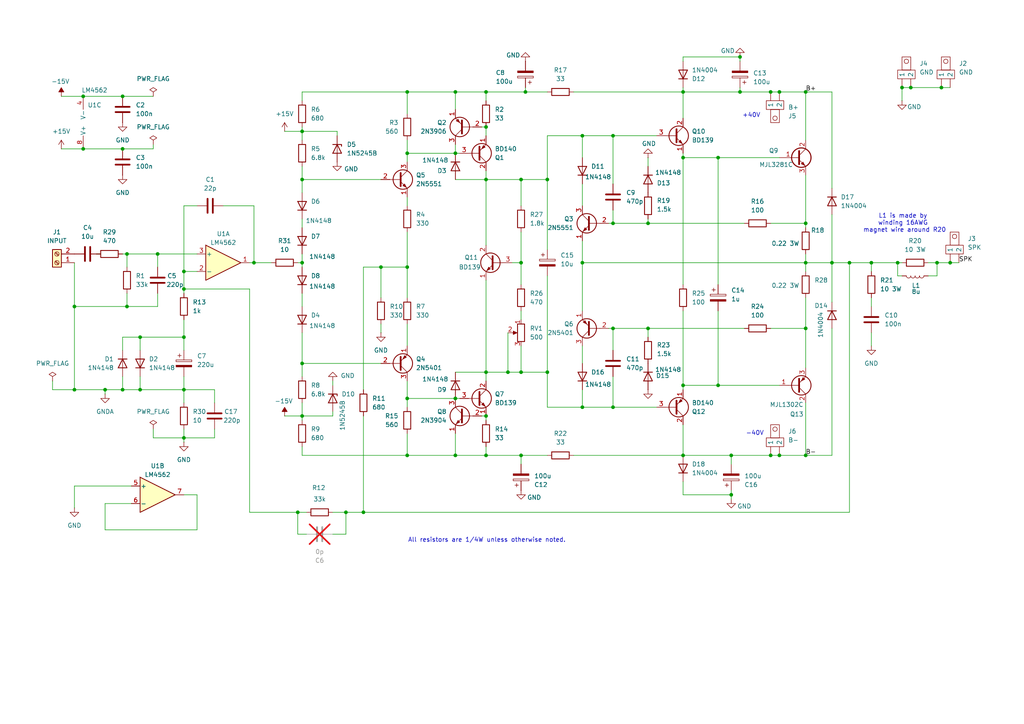
<source format=kicad_sch>
(kicad_sch (version 20250114) (generator "eeschema") (generator_version "9.0")
  (paper "A4")
  (text "-40V" (at 218.948 125.73 0) (effects (font (size 1.27 1.27))))
  (text "+40V" (at 217.932 33.528 0) (effects (font (size 1.27 1.27))))
  (text "L1 is made by \nwinding 16AWG \nmagnet wire around R20" (at 262.382 64.77 0) (effects (font (size 1.27 1.27))))
  (text "All resistors are 1/4W unless otherwise noted." (at 141.224 156.718 0) (effects (font (size 1.27 1.27))))
  (junction (at 140.97 36.83))
  (junction (at 45.72 73.66))
  (junction (at 118.11 132.08))
  (junction (at 168.91 76.2))
  (junction (at 35.56 113.03))
  (junction (at 21.59 113.03))
  (junction (at 233.68 132.08))
  (junction (at 214.63 16.51))
  (junction (at 53.34 127))
  (junction (at 53.34 83.82))
  (junction (at 275.59 76.2))
  (junction (at 233.68 95.25))
  (junction (at 187.96 95.25))
  (junction (at 208.28 111.76))
  (junction (at 198.12 45.72))
  (junction (at 261.62 25.4))
  (junction (at 214.63 26.67))
  (junction (at 212.09 132.08))
  (junction (at 151.13 132.08))
  (junction (at 132.08 132.08))
  (junction (at 152.4 26.67))
  (junction (at 273.05 25.4))
  (junction (at 35.56 27.94))
  (junction (at 132.08 26.67))
  (junction (at 177.8 39.37))
  (junction (at 73.66 76.2))
  (junction (at 140.97 120.65))
  (junction (at 260.35 76.2))
  (junction (at 36.83 88.9))
  (junction (at 223.52 132.08))
  (junction (at 110.49 77.47))
  (junction (at 158.75 52.07))
  (junction (at 177.8 118.11))
  (junction (at 226.06 132.08))
  (junction (at 118.11 115.57))
  (junction (at 87.63 38.1))
  (junction (at 87.63 105.41))
  (junction (at 87.63 120.65))
  (junction (at 87.63 52.07))
  (junction (at 140.97 107.95))
  (junction (at 198.12 132.08))
  (junction (at 87.63 76.2))
  (junction (at 132.08 44.45))
  (junction (at 271.78 76.2))
  (junction (at 252.73 76.2))
  (junction (at 36.83 73.66))
  (junction (at 233.68 26.67))
  (junction (at 105.41 148.59))
  (junction (at 212.09 143.51))
  (junction (at 140.97 26.67))
  (junction (at 264.16 25.4))
  (junction (at 168.91 118.11))
  (junction (at 40.64 113.03))
  (junction (at 223.52 26.67))
  (junction (at 226.06 26.67))
  (junction (at 168.91 39.37))
  (junction (at 86.36 148.59))
  (junction (at 100.33 148.59))
  (junction (at 30.48 113.03))
  (junction (at 208.28 45.72))
  (junction (at 187.96 64.77))
  (junction (at 177.8 95.25))
  (junction (at 241.3 76.2))
  (junction (at 147.32 107.95))
  (junction (at 140.97 132.08))
  (junction (at 151.13 52.07))
  (junction (at 40.64 97.79))
  (junction (at 151.13 76.2))
  (junction (at 246.38 76.2))
  (junction (at 21.59 88.9))
  (junction (at 24.13 27.94))
  (junction (at 53.34 97.79))
  (junction (at 24.13 43.18))
  (junction (at 151.13 107.95))
  (junction (at 177.8 64.77))
  (junction (at 53.34 113.03))
  (junction (at 118.11 44.45))
  (junction (at 158.75 107.95))
  (junction (at 132.08 115.57))
  (junction (at 118.11 77.47))
  (junction (at 140.97 52.07))
  (junction (at 198.12 26.67))
  (junction (at 233.68 64.77))
  (junction (at 35.56 43.18))
  (junction (at 198.12 111.76))
  (junction (at 53.34 78.74))
  (junction (at 233.68 76.2))
  (junction (at 118.11 26.67))
  (wire (pts (xy 118.11 57.15) (xy 118.11 59.69)))
  (wire (pts (xy 62.23 116.84) (xy 62.23 113.03)))
  (wire (pts (xy 252.73 86.36) (xy 252.73 88.9)))
  (wire (pts (xy 72.39 83.82) (xy 72.39 148.59)))
  (wire (pts (xy 233.68 86.36) (xy 233.68 95.25)))
  (wire (pts (xy 187.96 95.25) (xy 187.96 97.79)))
  (wire (pts (xy 198.12 139.7) (xy 198.12 143.51)))
  (wire (pts (xy 177.8 95.25) (xy 187.96 95.25)))
  (wire (pts (xy 158.75 107.95) (xy 158.75 118.11)))
  (wire (pts (xy 208.28 45.72) (xy 208.28 82.55)))
  (wire (pts (xy 87.63 26.67) (xy 118.11 26.67)))
  (wire (pts (xy 151.13 92.71) (xy 151.13 90.17)))
  (wire (pts (xy 198.12 90.17) (xy 198.12 111.76)))
  (wire (pts (xy 233.68 64.77) (xy 233.68 66.04)))
  (wire (pts (xy 132.08 107.95) (xy 140.97 107.95)))
  (wire (pts (xy 21.59 88.9) (xy 36.83 88.9)))
  (wire (pts (xy 198.12 143.51) (xy 212.09 143.51)))
  (wire (pts (xy 118.11 44.45) (xy 118.11 46.99)))
  (wire (pts (xy 269.24 76.2) (xy 271.78 76.2)))
  (wire (pts (xy 118.11 125.73) (xy 118.11 132.08)))
  (wire (pts (xy 21.59 140.97) (xy 38.1 140.97)))
  (wire (pts (xy 44.45 127) (xy 53.34 127)))
  (wire (pts (xy 252.73 76.2) (xy 260.35 76.2)))
  (wire (pts (xy 53.34 92.71) (xy 53.34 97.79)))
  (wire (pts (xy 27.94 73.66) (xy 29.21 73.66)))
  (wire (pts (xy 96.52 154.94) (xy 100.33 154.94)))
  (wire (pts (xy 21.59 113.03) (xy 30.48 113.03)))
  (wire (pts (xy 176.53 64.77) (xy 177.8 64.77)))
  (wire (pts (xy 140.97 132.08) (xy 151.13 132.08)))
  (wire (pts (xy 87.63 26.67) (xy 87.63 29.21)))
  (wire (pts (xy 226.06 26.67) (xy 233.68 26.67)))
  (wire (pts (xy 53.34 59.69) (xy 53.34 78.74)))
  (wire (pts (xy 212.09 143.51) (xy 212.09 142.24)))
  (wire (pts (xy 45.72 85.09) (xy 45.72 88.9)))
  (wire (pts (xy 140.97 26.67) (xy 140.97 29.21)))
  (wire (pts (xy 64.77 59.69) (xy 73.66 59.69)))
  (wire (pts (xy 233.68 50.8) (xy 233.68 64.77)))
  (wire (pts (xy 147.32 107.95) (xy 151.13 107.95)))
  (wire (pts (xy 187.96 45.72) (xy 187.96 48.26)))
  (wire (pts (xy 88.9 154.94) (xy 86.36 154.94)))
  (wire (pts (xy 198.12 111.76) (xy 208.28 111.76)))
  (wire (pts (xy 198.12 16.51) (xy 198.12 17.78)))
  (wire (pts (xy 176.53 95.25) (xy 177.8 95.25)))
  (wire (pts (xy 57.15 78.74) (xy 53.34 78.74)))
  (wire (pts (xy 30.48 146.05) (xy 30.48 153.67)))
  (wire (pts (xy 62.23 124.46) (xy 62.23 127)))
  (wire (pts (xy 177.8 95.25) (xy 177.8 101.6)))
  (wire (pts (xy 53.34 143.51) (xy 57.15 143.51)))
  (wire (pts (xy 132.08 115.57) (xy 133.35 115.57)))
  (wire (pts (xy 87.63 52.07) (xy 110.49 52.07)))
  (wire (pts (xy 152.4 26.67) (xy 158.75 26.67)))
  (wire (pts (xy 105.41 77.47) (xy 110.49 77.47)))
  (wire (pts (xy 73.66 76.2) (xy 78.74 76.2)))
  (wire (pts (xy 187.96 95.25) (xy 215.9 95.25)))
  (wire (pts (xy 140.97 107.95) (xy 147.32 107.95)))
  (wire (pts (xy 30.48 113.03) (xy 35.56 113.03)))
  (wire (pts (xy 86.36 148.59) (xy 86.36 154.94)))
  (wire (pts (xy 168.91 100.33) (xy 168.91 105.41)))
  (wire (pts (xy 44.45 27.94) (xy 35.56 27.94)))
  (wire (pts (xy 198.12 16.51) (xy 214.63 16.51)))
  (wire (pts (xy 53.34 83.82) (xy 53.34 85.09)))
  (wire (pts (xy 140.97 26.67) (xy 152.4 26.67)))
  (wire (pts (xy 177.8 60.96) (xy 177.8 64.77)))
  (wire (pts (xy 96.52 148.59) (xy 100.33 148.59)))
  (wire (pts (xy 87.63 36.83) (xy 87.63 38.1)))
  (wire (pts (xy 73.66 59.69) (xy 73.66 76.2)))
  (wire (pts (xy 87.63 63.5) (xy 87.63 66.04)))
  (wire (pts (xy 53.34 113.03) (xy 53.34 116.84)))
  (wire (pts (xy 105.41 113.03) (xy 105.41 77.47)))
  (wire (pts (xy 158.75 80.01) (xy 158.75 107.95)))
  (wire (pts (xy 168.91 39.37) (xy 168.91 45.72)))
  (wire (pts (xy 35.56 109.22) (xy 35.56 113.03)))
  (wire (pts (xy 212.09 134.62) (xy 212.09 132.08)))
  (wire (pts (xy 82.55 120.65) (xy 87.63 120.65)))
  (wire (pts (xy 87.63 105.41) (xy 87.63 109.22)))
  (wire (pts (xy 24.13 43.18) (xy 35.56 43.18)))
  (wire (pts (xy 53.34 97.79) (xy 53.34 101.6)))
  (wire (pts (xy 166.37 26.67) (xy 198.12 26.67)))
  (wire (pts (xy 151.13 100.33) (xy 151.13 107.95)))
  (wire (pts (xy 187.96 63.5) (xy 187.96 64.77)))
  (wire (pts (xy 198.12 45.72) (xy 208.28 45.72)))
  (wire (pts (xy 223.52 64.77) (xy 233.68 64.77)))
  (wire (pts (xy 261.62 29.21) (xy 261.62 25.4)))
  (wire (pts (xy 57.15 153.67) (xy 57.15 143.51)))
  (wire (pts (xy 246.38 148.59) (xy 246.38 76.2)))
  (wire (pts (xy 132.08 52.07) (xy 140.97 52.07)))
  (wire (pts (xy 44.45 124.46) (xy 44.45 127)))
  (wire (pts (xy 198.12 123.19) (xy 198.12 132.08)))
  (wire (pts (xy 87.63 38.1) (xy 97.79 38.1)))
  (wire (pts (xy 151.13 52.07) (xy 158.75 52.07)))
  (wire (pts (xy 21.59 147.32) (xy 21.59 140.97)))
  (wire (pts (xy 72.39 148.59) (xy 86.36 148.59)))
  (wire (pts (xy 246.38 76.2) (xy 252.73 76.2)))
  (wire (pts (xy 241.3 26.67) (xy 241.3 54.61)))
  (wire (pts (xy 177.8 118.11) (xy 190.5 118.11)))
  (wire (pts (xy 100.33 148.59) (xy 105.41 148.59)))
  (wire (pts (xy 87.63 116.84) (xy 87.63 120.65)))
  (wire (pts (xy 35.56 113.03) (xy 40.64 113.03)))
  (wire (pts (xy 241.3 95.25) (xy 241.3 132.08)))
  (wire (pts (xy 212.09 132.08) (xy 223.52 132.08)))
  (wire (pts (xy 264.16 25.4) (xy 273.05 25.4)))
  (wire (pts (xy 118.11 26.67) (xy 118.11 33.02)))
  (wire (pts (xy 198.12 26.67) (xy 214.63 26.67)))
  (wire (pts (xy 118.11 132.08) (xy 132.08 132.08)))
  (wire (pts (xy 53.34 59.69) (xy 57.15 59.69)))
  (wire (pts (xy 100.33 148.59) (xy 100.33 154.94)))
  (wire (pts (xy 87.63 132.08) (xy 118.11 132.08)))
  (wire (pts (xy 87.63 85.09) (xy 87.63 88.9)))
  (wire (pts (xy 118.11 115.57) (xy 118.11 118.11)))
  (wire (pts (xy 35.56 73.66) (xy 36.83 73.66)))
  (wire (pts (xy 198.12 26.67) (xy 198.12 34.29)))
  (wire (pts (xy 40.64 109.22) (xy 40.64 113.03)))
  (wire (pts (xy 45.72 73.66) (xy 45.72 77.47)))
  (wire (pts (xy 87.63 76.2) (xy 87.63 77.47)))
  (wire (pts (xy 21.59 88.9) (xy 21.59 113.03)))
  (wire (pts (xy 40.64 113.03) (xy 53.34 113.03)))
  (wire (pts (xy 53.34 78.74) (xy 53.34 83.82)))
  (wire (pts (xy 233.68 26.67) (xy 241.3 26.67)))
  (wire (pts (xy 140.97 120.65) (xy 140.97 121.92)))
  (wire (pts (xy 233.68 76.2) (xy 233.68 78.74)))
  (wire (pts (xy 241.3 76.2) (xy 246.38 76.2)))
  (wire (pts (xy 233.68 76.2) (xy 168.91 76.2)))
  (wire (pts (xy 139.7 36.83) (xy 140.97 36.83)))
  (wire (pts (xy 110.49 93.98) (xy 110.49 96.52)))
  (wire (pts (xy 21.59 76.2) (xy 21.59 88.9)))
  (wire (pts (xy 118.11 115.57) (xy 132.08 115.57)))
  (wire (pts (xy 177.8 39.37) (xy 190.5 39.37)))
  (wire (pts (xy 140.97 26.67) (xy 132.08 26.67)))
  (wire (pts (xy 273.05 25.4) (xy 275.59 25.4)))
  (wire (pts (xy 140.97 81.28) (xy 140.97 107.95)))
  (wire (pts (xy 96.52 120.65) (xy 96.52 119.38)))
  (wire (pts (xy 168.91 39.37) (xy 177.8 39.37)))
  (wire (pts (xy 87.63 73.66) (xy 87.63 76.2)))
  (wire (pts (xy 260.35 76.2) (xy 261.62 76.2)))
  (wire (pts (xy 198.12 45.72) (xy 198.12 82.55)))
  (wire (pts (xy 35.56 101.6) (xy 35.56 97.79)))
  (wire (pts (xy 40.64 97.79) (xy 40.64 101.6)))
  (wire (pts (xy 168.91 76.2) (xy 168.91 90.17)))
  (wire (pts (xy 198.12 132.08) (xy 212.09 132.08)))
  (wire (pts (xy 118.11 67.31) (xy 118.11 77.47)))
  (wire (pts (xy 17.78 27.94) (xy 24.13 27.94)))
  (wire (pts (xy 271.78 76.2) (xy 271.78 80.01)))
  (wire (pts (xy 87.63 48.26) (xy 87.63 52.07)))
  (wire (pts (xy 177.8 64.77) (xy 187.96 64.77)))
  (wire (pts (xy 198.12 25.4) (xy 198.12 26.67)))
  (wire (pts (xy 275.59 76.2) (xy 278.13 76.2)))
  (wire (pts (xy 118.11 44.45) (xy 132.08 44.45)))
  (wire (pts (xy 198.12 45.72) (xy 198.12 44.45)))
  (wire (pts (xy 151.13 76.2) (xy 148.59 76.2)))
  (wire (pts (xy 105.41 120.65) (xy 105.41 148.59)))
  (wire (pts (xy 87.63 105.41) (xy 110.49 105.41)))
  (wire (pts (xy 35.56 97.79) (xy 40.64 97.79)))
  (wire (pts (xy 118.11 93.98) (xy 118.11 100.33)))
  (wire (pts (xy 15.24 110.49) (xy 15.24 113.03)))
  (wire (pts (xy 158.75 107.95) (xy 151.13 107.95)))
  (wire (pts (xy 140.97 52.07) (xy 151.13 52.07)))
  (wire (pts (xy 132.08 26.67) (xy 132.08 31.75)))
  (wire (pts (xy 214.63 25.4) (xy 214.63 26.67)))
  (wire (pts (xy 140.97 71.12) (xy 140.97 52.07)))
  (wire (pts (xy 271.78 80.01) (xy 269.24 80.01)))
  (wire (pts (xy 152.4 25.4) (xy 152.4 26.67)))
  (wire (pts (xy 86.36 148.59) (xy 88.9 148.59)))
  (wire (pts (xy 208.28 111.76) (xy 226.06 111.76)))
  (wire (pts (xy 132.08 41.91) (xy 132.08 44.45)))
  (wire (pts (xy 214.63 26.67) (xy 223.52 26.67)))
  (wire (pts (xy 82.55 38.1) (xy 87.63 38.1)))
  (wire (pts (xy 140.97 49.53) (xy 140.97 52.07)))
  (wire (pts (xy 45.72 73.66) (xy 57.15 73.66)))
  (wire (pts (xy 140.97 107.95) (xy 140.97 110.49)))
  (wire (pts (xy 53.34 113.03) (xy 62.23 113.03)))
  (wire (pts (xy 140.97 129.54) (xy 140.97 132.08)))
  (wire (pts (xy 158.75 52.07) (xy 158.75 39.37)))
  (wire (pts (xy 223.52 95.25) (xy 233.68 95.25)))
  (wire (pts (xy 208.28 45.72) (xy 226.06 45.72)))
  (wire (pts (xy 35.56 43.18) (xy 44.45 43.18)))
  (wire (pts (xy 36.83 73.66) (xy 36.83 77.47)))
  (wire (pts (xy 118.11 77.47) (xy 118.11 86.36)))
  (wire (pts (xy 158.75 52.07) (xy 158.75 72.39)))
  (wire (pts (xy 158.75 39.37) (xy 168.91 39.37)))
  (wire (pts (xy 187.96 64.77) (xy 215.9 64.77)))
  (wire (pts (xy 86.36 76.2) (xy 87.63 76.2)))
  (wire (pts (xy 40.64 97.79) (xy 53.34 97.79)))
  (wire (pts (xy 233.68 73.66) (xy 233.68 76.2)))
  (wire (pts (xy 151.13 134.62) (xy 151.13 132.08)))
  (wire (pts (xy 177.8 39.37) (xy 177.8 53.34)))
  (wire (pts (xy 38.1 146.05) (xy 30.48 146.05)))
  (wire (pts (xy 168.91 69.85) (xy 168.91 76.2)))
  (wire (pts (xy 158.75 132.08) (xy 151.13 132.08)))
  (wire (pts (xy 140.97 36.83) (xy 140.97 39.37)))
  (wire (pts (xy 53.34 83.82) (xy 72.39 83.82)))
  (wire (pts (xy 87.63 120.65) (xy 96.52 120.65)))
  (wire (pts (xy 87.63 38.1) (xy 87.63 40.64)))
  (wire (pts (xy 17.78 43.18) (xy 24.13 43.18)))
  (wire (pts (xy 87.63 129.54) (xy 87.63 132.08)))
  (wire (pts (xy 198.12 111.76) (xy 198.12 113.03)))
  (wire (pts (xy 261.62 80.01) (xy 260.35 80.01)))
  (wire (pts (xy 166.37 132.08) (xy 198.12 132.08)))
  (wire (pts (xy 223.52 132.08) (xy 226.06 132.08)))
  (wire (pts (xy 233.68 26.67) (xy 233.68 40.64)))
  (wire (pts (xy 223.52 26.67) (xy 226.06 26.67)))
  (wire (pts (xy 73.66 76.2) (xy 72.39 76.2)))
  (wire (pts (xy 214.63 16.51) (xy 214.63 17.78)))
  (wire (pts (xy 15.24 113.03) (xy 21.59 113.03)))
  (wire (pts (xy 132.08 125.73) (xy 132.08 132.08)))
  (wire (pts (xy 87.63 96.52) (xy 87.63 105.41)))
  (wire (pts (xy 233.68 132.08) (xy 241.3 132.08)))
  (wire (pts (xy 260.35 76.2) (xy 260.35 80.01)))
  (wire (pts (xy 30.48 153.67) (xy 57.15 153.67)))
  (wire (pts (xy 97.79 38.1) (xy 97.79 39.37)))
  (wire (pts (xy 212.09 143.51) (xy 212.09 144.78)))
  (wire (pts (xy 118.11 40.64) (xy 118.11 44.45)))
  (wire (pts (xy 241.3 87.63) (xy 241.3 76.2)))
  (wire (pts (xy 53.34 109.22) (xy 53.34 113.03)))
  (wire (pts (xy 36.83 88.9) (xy 45.72 88.9)))
  (wire (pts (xy 36.83 85.09) (xy 36.83 88.9)))
  (wire (pts (xy 151.13 67.31) (xy 151.13 76.2)))
  (wire (pts (xy 110.49 77.47) (xy 118.11 77.47)))
  (wire (pts (xy 87.63 52.07) (xy 87.63 55.88)))
  (wire (pts (xy 168.91 53.34) (xy 168.91 59.69)))
  (wire (pts (xy 87.63 120.65) (xy 87.63 121.92)))
  (wire (pts (xy 36.83 73.66) (xy 45.72 73.66)))
  (wire (pts (xy 168.91 113.03) (xy 168.91 118.11)))
  (wire (pts (xy 24.13 27.94) (xy 35.56 27.94)))
  (wire (pts (xy 151.13 52.07) (xy 151.13 59.69)))
  (wire (pts (xy 233.68 116.84) (xy 233.68 132.08)))
  (wire (pts (xy 44.45 41.91) (xy 44.45 43.18)))
  (wire (pts (xy 261.62 25.4) (xy 264.16 25.4)))
  (wire (pts (xy 208.28 90.17) (xy 208.28 111.76)))
  (wire (pts (xy 53.34 127) (xy 53.34 128.27)))
  (wire (pts (xy 252.73 96.52) (xy 252.73 100.33)))
  (wire (pts (xy 110.49 86.36) (xy 110.49 77.47)))
  (wire (pts (xy 62.23 127) (xy 53.34 127)))
  (wire (pts (xy 233.68 95.25) (xy 233.68 106.68)))
  (wire (pts (xy 30.48 113.03) (xy 30.48 114.3)))
  (wire (pts (xy 177.8 109.22) (xy 177.8 118.11)))
  (wire (pts (xy 168.91 118.11) (xy 177.8 118.11)))
  (wire (pts (xy 53.34 124.46) (xy 53.34 127)))
  (wire (pts (xy 118.11 110.49) (xy 118.11 115.57)))
  (wire (pts (xy 105.41 148.59) (xy 246.38 148.59)))
  (wire (pts (xy 252.73 76.2) (xy 252.73 78.74)))
  (wire (pts (xy 132.08 132.08) (xy 140.97 132.08)))
  (wire (pts (xy 147.32 96.52) (xy 147.32 107.95)))
  (wire (pts (xy 96.52 110.49) (xy 96.52 111.76)))
  (wire (pts (xy 132.08 26.67) (xy 118.11 26.67)))
  (wire (pts (xy 139.7 120.65) (xy 140.97 120.65)))
  (wire (pts (xy 226.06 132.08) (xy 233.68 132.08)))
  (wire (pts (xy 151.13 82.55) (xy 151.13 76.2)))
  (wire (pts (xy 132.08 44.45) (xy 133.35 44.45)))
  (wire (pts (xy 241.3 62.23) (xy 241.3 76.2)))
  (wire (pts (xy 158.75 118.11) (xy 168.91 118.11)))
  (wire (pts (xy 271.78 76.2) (xy 275.59 76.2)))
  (wire (pts (xy 233.68 76.2) (xy 241.3 76.2)))
  (label "B-" (at 233.68 132.08 0))
  (label "B+" (at 233.68 26.67 0))
  (label "SPK" (at 278.13 76.2 0))
  (symbol (lib_id "Device:C") (at 252.73 92.71 180) (unit 1)
    (property "Reference" "C10" (at 256.54 91.4399 0) (effects (justify right)))
    (property "Value" "100n" (at 256.54 93.9799 0) (effects (justify right)))
    (property "Footprint" "Capacitor_THT:C_Rect_L7.2mm_W3.0mm_P5.00mm_FKS2_FKP2_MKS2_MKP2" (effects (hide yes)))
    (property "Description" "Unpolarized capacitor" (effects (hide yes)))
  )
  (symbol (lib_id "power:+15V") (at 82.55 38.1 0) (unit 1)
    (property "Reference" "#PWR08" (effects (hide yes)))
    (property "Value" "+15V" (at 82.55 33.02 0))
    (property "Description" "Power symbol creates a global label with name \"+15V\"" (effects (hide yes)))
  )
  (symbol (lib_id "Diode:1N4148") (at 87.63 92.71 90) (unit 1)
    (property "Reference" "D4" (at 90.17 91.4399 90) (effects (justify right)))
    (property "Value" "1N4148" (at 89.662 94.488 90) (effects (justify right)))
    (property "Footprint" "Diode_THT:D_DO-35_SOD27_P7.62mm_Horizontal" (effects (hide yes)))
    (property "Datasheet" "https://assets.nexperia.com/documents/data-sheet/1N4148_1N4448.pdf" (effects (hide yes)))
    (property "Description" "100V 0.15A standard switching diode, DO-35" (effects (hide yes)))
    (property "Sim.Device" "D" (effects (hide yes)))
    (property "Sim.Pins" "1=K 2=A" (effects (hide yes)))
  )
  (symbol (lib_id "power:GND") (at 212.09 144.78 0) (unit 1)
    (property "Reference" "#PWR015" (effects (hide yes)))
    (property "Value" "GND" (at 215.9 146.812 0))
    (property "Description" "Power symbol creates a global label with name \"GND\" , ground" (effects (hide yes)))
  )
  (symbol (lib_id "power:GND") (at 187.96 113.03 0) (unit 1)
    (property "Reference" "#PWR017" (effects (hide yes)))
    (property "Value" "GND" (effects (hide yes)))
    (property "Description" "Power symbol creates a global label with name \"GND\" , ground" (effects (hide yes)))
  )
  (symbol (lib_id "Device:R") (at 187.96 59.69 180) (unit 1)
    (property "Reference" "R19" (at 190.5 58.1659 0) (effects (justify right)))
    (property "Value" "1.5k" (at 190.5 60.7059 0) (effects (justify right)))
    (property "Footprint" "Custom:R_Axial_DIN0204_L3.6mm_D1.6mm_P7.62mm_Horizontal_HandSolder" (effects (hide yes)))
  )
  (symbol (lib_id "Transistor_BJT:2N3904") (at 134.62 120.65 0) (mirror y) (unit 1)
    (property "Reference" "Q8" (at 129.54 119.3799 0) (effects (justify left)))
    (property "Value" "2N3904" (at 129.54 121.9199 0) (effects (justify left)))
    (property "Footprint" "Package_TO_SOT_THT:TO-92_HandSolder" (effects (hide yes)))
    (property "Datasheet" "https://www.onsemi.com/pub/Collateral/2N3903-D.PDF" (effects (hide yes)))
    (property "Description" "0.2A Ic, 40V Vce, Small Signal NPN Transistor, TO-92" (effects (hide yes)))
  )
  (symbol (lib_id "Diode:1N4148") (at 40.64 105.41 90) (unit 1)
    (property "Reference" "D2" (at 43.18 104.1399 90) (effects (justify right)))
    (property "Value" "1N4148" (at 43.18 106.6799 90) (effects (justify right)))
    (property "Footprint" "Diode_THT:D_DO-35_SOD27_P7.62mm_Horizontal" (effects (hide yes)))
    (property "Datasheet" "https://assets.nexperia.com/documents/data-sheet/1N4148_1N4448.pdf" (effects (hide yes)))
    (property "Description" "100V 0.15A standard switching diode, DO-35" (effects (hide yes)))
    (property "Sim.Device" "D" (effects (hide yes)))
    (property "Sim.Pins" "1=K 2=A" (effects (hide yes)))
  )
  (symbol (lib_id "power:PWR_FLAG") (at 15.24 110.49 0) (unit 1)
    (property "Reference" "#FLG04" (effects (hide yes)))
    (property "Value" "PWR_FLAG" (at 15.24 105.41 0))
    (property "Description" "Special symbol for telling ERC where power comes from" (effects (hide yes)))
  )
  (symbol (lib_id "Device:C") (at 35.56 46.99 180) (unit 1)
    (property "Reference" "C3" (at 39.37 45.7199 0) (effects (justify right)))
    (property "Value" "100n" (at 39.37 48.2599 0) (effects (justify right)))
    (property "Footprint" "Capacitor_THT:C_Rect_L7.2mm_W3.0mm_P5.00mm_FKS2_FKP2_MKS2_MKP2" (effects (hide yes)))
    (property "Description" "Unpolarized capacitor" (effects (hide yes)))
  )
  (symbol (lib_id "power:GND") (at 187.96 45.72 180) (unit 1)
    (property "Reference" "#PWR018" (effects (hide yes)))
    (property "Value" "GND" (at 188.214 41.656 0))
    (property "Description" "Power symbol creates a global label with name \"GND\" , ground" (effects (hide yes)))
  )
  (symbol (lib_id "power:-15V") (at 17.78 27.94 0) (unit 1)
    (property "Reference" "#PWR010" (effects (hide yes)))
    (property "Value" "-15V" (at 17.526 23.622 0))
    (property "Description" "Power symbol creates a global label with name \"-15V\"" (effects (hide yes)))
  )
  (symbol (lib_id "Diode:1N4148") (at 87.63 69.85 90) (unit 1)
    (property "Reference" "D7" (at 90.17 68.5799 90) (effects (justify right)))
    (property "Value" "1N4148" (at 89.662 74.422 90) (effects (justify right)))
    (property "Footprint" "Diode_THT:D_DO-35_SOD27_P7.62mm_Horizontal" (effects (hide yes)))
    (property "Datasheet" "https://assets.nexperia.com/documents/data-sheet/1N4148_1N4448.pdf" (effects (hide yes)))
    (property "Description" "100V 0.15A standard switching diode, DO-35" (effects (hide yes)))
    (property "Sim.Device" "D" (effects (hide yes)))
    (property "Sim.Pins" "1=K 2=A" (effects (hide yes)))
  )
  (symbol (lib_id "Device:C") (at 177.8 57.15 180) (unit 1)
    (property "Reference" "C9" (at 181.61 55.8799 0) (effects (justify right)))
    (property "Value" "470p" (at 181.61 58.4199 0) (effects (justify right)))
    (property "Footprint" "Capacitor_THT:C_Rect_L7.2mm_W3.0mm_P5.00mm_FKS2_FKP2_MKS2_MKP2" (effects (hide yes)))
    (property "Description" "Unpolarized capacitor" (effects (hide yes)))
  )
  (symbol (lib_id "power:-15V") (at 82.55 120.65 0) (unit 1)
    (property "Reference" "#PWR07" (effects (hide yes)))
    (property "Value" "-15V" (at 82.296 116.332 0))
    (property "Description" "Power symbol creates a global label with name \"-15V\"" (effects (hide yes)))
  )
  (symbol (lib_id "Device:C") (at 35.56 31.75 180) (unit 1)
    (property "Reference" "C2" (at 39.37 30.4799 0) (effects (justify right)))
    (property "Value" "100n" (at 39.37 33.0199 0) (effects (justify right)))
    (property "Footprint" "Capacitor_THT:C_Rect_L7.2mm_W3.0mm_P5.00mm_FKS2_FKP2_MKS2_MKP2" (effects (hide yes)))
    (property "Description" "Unpolarized capacitor" (effects (hide yes)))
  )
  (symbol (lib_id "Device:R") (at 265.43 76.2 270) (unit 1)
    (property "Reference" "R20" (at 265.43 69.85 90))
    (property "Value" "10 3W" (at 265.43 72.39 90))
    (property "Footprint" "Resistor_THT:R_Axial_DIN0411_L9.9mm_D3.6mm_P15.24mm_Horizontal" (effects (hide yes)))
    (property "Description" "Resistor" (effects (hide yes)))
  )
  (symbol (lib_id "Device:R") (at 151.13 63.5 0) (unit 1)
    (property "Reference" "R27" (at 153.67 62.2299 0) (effects (justify left)))
    (property "Value" "1.8k" (at 153.67 64.7699 0) (effects (justify left)))
    (property "Footprint" "Custom:R_Axial_DIN0204_L3.6mm_D1.6mm_P7.62mm_Horizontal_HandSolder" (effects (hide yes)))
  )
  (symbol (lib_id "Device:R") (at 252.73 82.55 180) (unit 1)
    (property "Reference" "R21" (at 255.27 81.2799 0) (effects (justify right)))
    (property "Value" "10 3W" (at 255.27 83.8199 0) (effects (justify right)))
    (property "Footprint" "Resistor_THT:R_Axial_DIN0411_L9.9mm_D3.6mm_P15.24mm_Horizontal" (effects (hide yes)))
    (property "Description" "Resistor" (effects (hide yes)))
  )
  (symbol (lib_id "Device:C") (at 45.72 81.28 0) (unit 1)
    (property "Reference" "C5" (at 48.514 80.01 0) (effects (justify left)))
    (property "Value" "220p" (at 48.26 82.55 0) (effects (justify left)))
    (property "Footprint" "Capacitor_THT:C_Rect_L7.2mm_W3.0mm_P5.00mm_FKS2_FKP2_MKS2_MKP2" (effects (hide yes)))
    (property "Description" "Unpolarized capacitor" (effects (hide yes)))
  )
  (symbol (lib_id "power:PWR_FLAG") (at 44.45 41.91 0) (unit 1)
    (property "Reference" "#FLG02" (effects (hide yes)))
    (property "Value" "PWR_FLAG" (at 44.45 36.83 0))
    (property "Description" "Special symbol for telling ERC where power comes from" (effects (hide yes)))
  )
  (symbol (lib_id "Device:R") (at 87.63 125.73 0) (unit 1)
    (property "Reference" "R9" (at 90.17 124.4599 0) (effects (justify left)))
    (property "Value" "680" (at 90.17 126.9999 0) (effects (justify left)))
    (property "Footprint" "Custom:R_Axial_DIN0204_L3.6mm_D1.6mm_P7.62mm_Horizontal_HandSolder" (effects (hide yes)))
  )
  (symbol (lib_id "power:PWR_FLAG") (at 44.45 124.46 0) (unit 1)
    (property "Reference" "#FLG03" (effects (hide yes)))
    (property "Value" "PWR_FLAG" (at 44.45 119.38 0))
    (property "Description" "Special symbol for telling ERC where power comes from" (effects (hide yes)))
  )
  (symbol (lib_id "Device:C") (at 60.96 59.69 90) (unit 1)
    (property "Reference" "C1" (at 60.96 52.07 90))
    (property "Value" "22p" (at 60.96 54.61 90))
    (property "Footprint" "Capacitor_THT:C_Rect_L7.2mm_W3.0mm_P5.00mm_FKS2_FKP2_MKS2_MKP2" (effects (hide yes)))
    (property "Description" "Unpolarized capacitor" (effects (hide yes)))
  )
  (symbol (lib_id "Device:R") (at 82.55 76.2 90) (unit 1)
    (property "Reference" "R31" (at 82.55 69.85 90))
    (property "Value" "10" (at 82.55 72.39 90))
    (property "Footprint" "Custom:R_Axial_DIN0204_L3.6mm_D1.6mm_P7.62mm_Horizontal_HandSolder" (effects (hide yes)))
  )
  (symbol (lib_id "Amplifier_Operational:NE5532") (at 26.67 35.56 0) (mirror x) (unit 3)
    (property "Reference" "U1" (at 27.432 30.48 0))
    (property "Value" "LM4562" (at 27.432 26.162 0))
    (property "Footprint" "Package_DIP:DIP-8_W7.62mm" (effects (hide yes)))
    (property "Datasheet" "http://www.ti.com/lit/ds/symlink/ne5532.pdf" (effects (hide yes)))
    (property "Description" "Dual Low-Noise Operational Amplifiers, DIP-8/SOIC-8" (effects (hide yes)))
  )
  (symbol (lib_id "power:GND") (at 53.34 128.27 0) (unit 1)
    (property "Reference" "#PWR020" (effects (hide yes)))
    (property "Value" "GND" (at 53.34 133.35 0))
    (property "Description" "Power symbol creates a global label with name \"GND\" , ground" (effects (hide yes)))
  )
  (symbol (lib_id "Diode:1N4004") (at 198.12 21.59 270) (mirror x) (unit 1)
    (property "Reference" "D12" (at 200.66 22.8601 90) (effects (justify left)))
    (property "Value" "1N4004" (at 200.66 20.3201 90) (effects (justify left)))
    (property "Footprint" "Diode_THT:D_DO-41_SOD81_P10.16mm_Horizontal" (effects (hide yes)))
    (property "Datasheet" "http://www.vishay.com/docs/88503/1n4001.pdf" (effects (hide yes)))
    (property "Description" "400V 1A General Purpose Rectifier Diode, DO-41" (effects (hide yes)))
    (property "Sim.Device" "D" (effects (hide yes)))
    (property "Sim.Pins" "1=K 2=A" (effects (hide yes)))
  )
  (symbol (lib_id "Transistor_BJT:2N3906") (at 171.45 95.25 180) (unit 1)
    (property "Reference" "Q6" (at 166.37 93.9799 0) (effects (justify left)))
    (property "Value" "2N5401" (at 166.37 96.5199 0) (effects (justify left)))
    (property "Footprint" "Package_TO_SOT_THT:TO-92_HandSolder" (effects (hide yes)))
    (property "Datasheet" "https://www.onsemi.com/pub/Collateral/2N3906-D.PDF" (effects (hide yes)))
    (property "Description" "-0.2A Ic, -40V Vce, Small Signal PNP Transistor, TO-92" (effects (hide yes)))
  )
  (symbol (lib_id "Device:R") (at 31.75 73.66 90) (unit 1)
    (property "Reference" "R29" (at 31.75 67.31 90))
    (property "Value" "470" (at 31.75 69.85 90))
    (property "Footprint" "Custom:R_Axial_DIN0204_L3.6mm_D1.6mm_P7.62mm_Horizontal_HandSolder" (effects (hide yes)))
    (property "Description" "Resistor" (effects (hide yes)))
  )
  (symbol (lib_id "Device:R") (at 118.11 63.5 0) (unit 1)
    (property "Reference" "R4" (at 120.65 62.2299 0) (effects (justify left)))
    (property "Value" "330" (at 120.65 64.7699 0) (effects (justify left)))
    (property "Footprint" "Custom:R_Axial_DIN0204_L3.6mm_D1.6mm_P7.62mm_Horizontal_HandSolder" (effects (hide yes)))
  )
  (symbol (lib_id "Device:R") (at 140.97 33.02 0) (unit 1)
    (property "Reference" "R2" (at 143.51 31.7499 0) (effects (justify left)))
    (property "Value" "33" (at 143.51 34.2899 0) (effects (justify left)))
    (property "Footprint" "Custom:R_Axial_DIN0204_L3.6mm_D1.6mm_P7.62mm_Horizontal_HandSolder" (effects (hide yes)))
  )
  (symbol (lib_id "Diode:1N4004") (at 241.3 58.42 270) (unit 1)
    (property "Reference" "D17" (at 243.84 57.1499 90) (effects (justify left)))
    (property "Value" "1N4004" (at 243.84 59.6899 90) (effects (justify left)))
    (property "Footprint" "Diode_THT:D_DO-41_SOD81_P10.16mm_Horizontal" (effects (hide yes)))
    (property "Datasheet" "http://www.vishay.com/docs/88503/1n4001.pdf" (effects (hide yes)))
    (property "Description" "400V 1A General Purpose Rectifier Diode, DO-41" (effects (hide yes)))
    (property "Sim.Device" "D" (effects (hide yes)))
    (property "Sim.Pins" "1=K 2=A" (effects (hide yes)))
  )
  (symbol (lib_id "power:GND") (at 35.56 50.8 0) (unit 1)
    (property "Reference" "#PWR012" (effects (hide yes)))
    (property "Value" "GND" (at 35.56 55.88 0))
    (property "Description" "Power symbol creates a global label with name \"GND\" , ground" (effects (hide yes)))
  )
  (symbol (lib_id "power:GND") (at 151.13 142.24 0) (unit 1)
    (property "Reference" "#PWR04" (effects (hide yes)))
    (property "Value" "GND" (at 154.94 144.272 0))
    (property "Description" "Power symbol creates a global label with name \"GND\" , ground" (effects (hide yes)))
  )
  (symbol (lib_id "Device:R") (at 92.71 148.59 90) (unit 1)
    (property "Reference" "R12" (at 92.456 141.478 90))
    (property "Value" "33k" (at 92.71 144.78 90))
    (property "Footprint" "Custom:R_Axial_DIN0204_L3.6mm_D1.6mm_P7.62mm_Horizontal_HandSolder" (effects (hide yes)))
  )
  (symbol (lib_id "Device:C_Polarized") (at 152.4 21.59 180) (unit 1)
    (property "Reference" "C8" (at 143.764 21.082 0) (effects (justify right)))
    (property "Value" "100u" (at 143.764 23.622 0) (effects (justify right)))
    (property "Footprint" "Capacitor_THT:CP_Radial_D8.0mm_P5.00mm" (effects (hide yes)))
    (property "Description" "Polarized capacitor" (effects (hide yes)))
  )
  (symbol (lib_id "power:GND") (at 261.62 29.21 0) (unit 1)
    (property "Reference" "#PWR016" (effects (hide yes)))
    (property "Value" "GND" (at 265.176 30.988 0))
    (property "Description" "Power symbol creates a global label with name \"GND\" , ground" (effects (hide yes)))
  )
  (symbol (lib_id "Diode:1N4148") (at 187.96 52.07 90) (mirror x) (unit 1)
    (property "Reference" "D13" (at 190.5 53.0861 90) (effects (justify right)))
    (property "Value" "1N4148" (at 189.992 50.038 90) (effects (justify right)))
    (property "Footprint" "Diode_THT:D_DO-35_SOD27_P7.62mm_Horizontal" (effects (hide yes)))
    (property "Datasheet" "https://assets.nexperia.com/documents/data-sheet/1N4148_1N4448.pdf" (effects (hide yes)))
    (property "Description" "100V 0.15A standard switching diode, DO-35" (effects (hide yes)))
    (property "Sim.Device" "D" (effects (hide yes)))
    (property "Sim.Pins" "1=K 2=A" (effects (hide yes)))
  )
  (symbol (lib_id "Diode:1N4148") (at 87.63 59.69 90) (unit 1)
    (property "Reference" "D6" (at 90.17 58.4199 90) (effects (justify right)))
    (property "Value" "1N4148" (at 88.646 64.008 90) (effects (justify right)))
    (property "Footprint" "Diode_THT:D_DO-35_SOD27_P7.62mm_Horizontal" (effects (hide yes)))
    (property "Datasheet" "https://assets.nexperia.com/documents/data-sheet/1N4148_1N4448.pdf" (effects (hide yes)))
    (property "Description" "100V 0.15A standard switching diode, DO-35" (effects (hide yes)))
    (property "Sim.Device" "D" (effects (hide yes)))
    (property "Sim.Pins" "1=K 2=A" (effects (hide yes)))
  )
  (symbol (lib_id "Device:C") (at 25.4 73.66 90) (unit 1)
    (property "Reference" "C4" (at 25.4 66.04 90))
    (property "Value" "10u" (at 25.4 68.58 90))
    (property "Footprint" "Capacitor_THT:CP_Radial_D4.0mm_P2.00mm" (effects (hide yes)))
    (property "Description" "Unpolarized capacitor" (effects (hide yes)))
  )
  (symbol (lib_id "Custom:Spade_Connector") (at 260.35 20.32 90) (unit 1)
    (property "Reference" "J4" (at 266.7 18.4149 90) (effects (justify right)))
    (property "Value" "GND" (at 266.7 20.9549 90) (effects (justify right)))
    (property "Footprint" "Custom:Spade Connector" (effects (hide yes)))
  )
  (symbol (lib_id "Device:C_Polarized") (at 208.28 86.36 0) (unit 1)
    (property "Reference" "C14" (at 212.09 84.2009 0) (effects (justify left)))
    (property "Value" "1u" (at 212.09 86.7409 0) (effects (justify left)))
    (property "Footprint" "Capacitor_THT:CP_Radial_D4.0mm_P2.00mm" (effects (hide yes)))
    (property "Description" "Polarized capacitor" (effects (hide yes)))
  )
  (symbol (lib_id "Device:R") (at 219.71 95.25 270) (unit 1)
    (property "Reference" "R24" (at 219.71 88.9 90))
    (property "Value" "100" (at 219.71 91.44 90))
    (property "Footprint" "Custom:R_Axial_DIN0204_L3.6mm_D1.6mm_P7.62mm_Horizontal_HandSolder" (effects (hide yes)))
  )
  (symbol (lib_id "Device:D_Zener") (at 97.79 43.18 270) (unit 1)
    (property "Reference" "D5" (at 100.584 41.91 90) (effects (justify left)))
    (property "Value" "1N5245B" (at 100.584 44.45 90) (effects (justify left)))
    (property "Footprint" "Diode_THT:D_DO-35_SOD27_P7.62mm_Horizontal" (effects (hide yes)))
    (property "Description" "Zener diode" (effects (hide yes)))
  )
  (symbol (lib_id "Device:R") (at 233.68 82.55 180) (unit 1)
    (property "Reference" "R28" (at 236.22 81.2799 0) (effects (justify right)))
    (property "Value" "0.22 3W" (at 223.774 82.804 0) (effects (justify right)))
    (property "Footprint" "Resistor_THT:R_Axial_DIN0411_L9.9mm_D3.6mm_P15.24mm_Horizontal" (effects (hide yes)))
    (property "Description" "Resistor" (effects (hide yes)))
  )
  (symbol (lib_id "Connector:Screw_Terminal_01x02") (at 16.51 76.2 180) (unit 1)
    (property "Reference" "J1" (at 16.51 67.31 0))
    (property "Value" "INPUT" (at 16.51 69.85 0))
    (property "Footprint" "TerminalBlock_4Ucon:TerminalBlock_4Ucon_1x02_P3.50mm_Horizontal" (effects (hide yes)))
  )
  (symbol (lib_id "Transistor_BJT:BD140") (at 138.43 44.45 0) (mirror x) (unit 1)
    (property "Reference" "Q1" (at 143.51 45.7201 0) (effects (justify left)))
    (property "Value" "BD140" (at 143.51 43.1801 0) (effects (justify left)))
    (property "Footprint" "Package_TO_SOT_THT:TO-126-3_Vertical" (effects (hide yes)))
    (property "Datasheet" "http://www.st.com/internet/com/TECHNICAL_RESOURCES/TECHNICAL_LITERATURE/DATASHEET/CD00001225.pdf" (effects (hide yes)))
    (property "Description" "1.5A Ic, 80V Vce, Low Voltage Transistor, TO-126" (effects (hide yes)))
  )
  (symbol (lib_id "Transistor_BJT:2N3906") (at 134.62 36.83 180) (unit 1)
    (property "Reference" "Q2" (at 129.54 35.5599 0) (effects (justify left)))
    (property "Value" "2N3906" (at 129.54 38.0999 0) (effects (justify left)))
    (property "Footprint" "Package_TO_SOT_THT:TO-92_HandSolder" (effects (hide yes)))
    (property "Datasheet" "https://www.onsemi.com/pub/Collateral/2N3906-D.PDF" (effects (hide yes)))
    (property "Description" "-0.2A Ic, -40V Vce, Small Signal PNP Transistor, TO-92" (effects (hide yes)))
  )
  (symbol (lib_id "Device:C_Polarized") (at 214.63 21.59 180) (unit 1)
    (property "Reference" "C13" (at 218.44 21.2089 0) (effects (justify right)))
    (property "Value" "100u" (at 218.44 23.7489 0) (effects (justify right)))
    (property "Footprint" "Capacitor_THT:CP_Radial_D8.0mm_P5.00mm" (effects (hide yes)))
    (property "Description" "Polarized capacitor" (effects (hide yes)))
  )
  (symbol (lib_id "Diode:1N4148") (at 132.08 48.26 270) (unit 1)
    (property "Reference" "D3" (at 129.54 49.5301 90) (effects (justify right)))
    (property "Value" "1N4148" (at 130.048 46.482 90) (effects (justify right)))
    (property "Footprint" "Diode_THT:D_DO-35_SOD27_P7.62mm_Horizontal" (effects (hide yes)))
    (property "Datasheet" "https://assets.nexperia.com/documents/data-sheet/1N4148_1N4448.pdf" (effects (hide yes)))
    (property "Description" "100V 0.15A standard switching diode, DO-35" (effects (hide yes)))
    (property "Sim.Device" "D" (effects (hide yes)))
    (property "Sim.Pins" "1=K 2=A" (effects (hide yes)))
  )
  (symbol (lib_id "Device:R") (at 53.34 120.65 0) (unit 1)
    (property "Reference" "R30" (at 55.88 119.3799 0) (effects (justify left)))
    (property "Value" "10" (at 55.88 121.9199 0) (effects (justify left)))
    (property "Footprint" "Custom:R_Axial_DIN0204_L3.6mm_D1.6mm_P7.62mm_Horizontal_HandSolder" (effects (hide yes)))
  )
  (symbol (lib_id "power:GND") (at 35.56 35.56 0) (unit 1)
    (property "Reference" "#PWR011" (effects (hide yes)))
    (property "Value" "GND" (at 35.56 40.64 0))
    (property "Description" "Power symbol creates a global label with name \"GND\" , ground" (effects (hide yes)))
  )
  (symbol (lib_id "Diode:1N4148") (at 187.96 109.22 90) (mirror x) (unit 1)
    (property "Reference" "D15" (at 190.246 108.966 90) (effects (justify right)))
    (property "Value" "1N4148" (at 189.992 107.188 90) (effects (justify right)))
    (property "Footprint" "Diode_THT:D_DO-35_SOD27_P7.62mm_Horizontal" (effects (hide yes)))
    (property "Datasheet" "https://assets.nexperia.com/documents/data-sheet/1N4148_1N4448.pdf" (effects (hide yes)))
    (property "Description" "100V 0.15A standard switching diode, DO-35" (effects (hide yes)))
    (property "Sim.Device" "D" (effects (hide yes)))
    (property "Sim.Pins" "1=K 2=A" (effects (hide yes)))
  )
  (symbol (lib_id "power:GND") (at 152.4 17.78 180) (unit 1)
    (property "Reference" "#PWR05" (effects (hide yes)))
    (property "Value" "GND" (at 148.844 16.002 0))
    (property "Description" "Power symbol creates a global label with name \"GND\" , ground" (effects (hide yes)))
  )
  (symbol (lib_id "Device:R") (at 53.34 88.9 0) (unit 1)
    (property "Reference" "R13" (at 55.88 87.6299 0) (effects (justify left)))
    (property "Value" "1k" (at 55.88 90.1699 0) (effects (justify left)))
    (property "Footprint" "Custom:R_Axial_DIN0204_L3.6mm_D1.6mm_P7.62mm_Horizontal_HandSolder" (effects (hide yes)))
  )
  (symbol (lib_id "Amplifier_Operational:NE5532") (at 64.77 76.2 0) (unit 1)
    (property "Reference" "U1" (at 64.77 67.818 0))
    (property "Value" "LM4562" (at 64.77 70.358 0))
    (property "Footprint" "Package_DIP:DIP-8_W7.62mm" (effects (hide yes)))
    (property "Datasheet" "http://www.ti.com/lit/ds/symlink/ne5532.pdf" (effects (hide yes)))
    (property "Description" "Dual Low-Noise Operational Amplifiers, DIP-8/SOIC-8" (effects (hide yes)))
  )
  (symbol (lib_id "Diode:1N4004") (at 241.3 91.44 270) (unit 1)
    (property "Reference" "D14" (at 236.22 88.646 90) (effects (justify left)))
    (property "Value" "1N4004" (at 237.998 90.424 0) (effects (justify left)))
    (property "Footprint" "Diode_THT:D_DO-41_SOD81_P10.16mm_Horizontal" (effects (hide yes)))
    (property "Datasheet" "http://www.vishay.com/docs/88503/1n4001.pdf" (effects (hide yes)))
    (property "Description" "400V 1A General Purpose Rectifier Diode, DO-41" (effects (hide yes)))
    (property "Sim.Device" "D" (effects (hide yes)))
    (property "Sim.Pins" "1=K 2=A" (effects (hide yes)))
  )
  (symbol (lib_id "Device:C") (at 92.71 154.94 90) (unit 1) (dnp yes)
    (property "Reference" "C6" (at 92.71 162.56 90))
    (property "Value" "0p" (at 92.71 160.02 90))
    (property "Footprint" "Capacitor_THT:C_Rect_L7.2mm_W3.0mm_P5.00mm_FKS2_FKP2_MKS2_MKP2" (effects (hide yes)))
    (property "Description" "Unpolarized capacitor" (effects (hide yes)))
  )
  (symbol (lib_id "Device:R") (at 110.49 90.17 0) (unit 1)
    (property "Reference" "R10" (at 113.03 88.8999 0) (effects (justify left)))
    (property "Value" "330" (at 113.03 91.4399 0) (effects (justify left)))
    (property "Footprint" "Custom:R_Axial_DIN0204_L3.6mm_D1.6mm_P7.62mm_Horizontal_HandSolder" (effects (hide yes)))
  )
  (symbol (lib_id "Device:R") (at 162.56 132.08 90) (unit 1)
    (property "Reference" "R22" (at 162.56 125.73 90))
    (property "Value" "33" (at 162.56 128.27 90))
    (property "Footprint" "Custom:R_Axial_DIN0204_L3.6mm_D1.6mm_P7.62mm_Horizontal_HandSolder" (effects (hide yes)))
  )
  (symbol (lib_id "Device:R") (at 198.12 86.36 0) (unit 1)
    (property "Reference" "R25" (at 200.66 85.0899 0) (effects (justify left)))
    (property "Value" "100" (at 200.66 87.6299 0) (effects (justify left)))
    (property "Footprint" "Custom:R_Axial_DIN0204_L3.6mm_D1.6mm_P7.62mm_Horizontal_HandSolder" (effects (hide yes)))
  )
  (symbol (lib_id "Custom:Spade_Connector") (at 222.25 127 90) (unit 1)
    (property "Reference" "J6" (at 228.6 125.0949 90) (effects (justify right)))
    (property "Value" "B-" (at 228.6 127.6349 90) (effects (justify right)))
    (property "Footprint" "Custom:Spade Connector" (effects (hide yes)))
  )
  (symbol (lib_id "Device:D_Zener") (at 96.52 115.57 270) (unit 1)
    (property "Reference" "D10" (at 99.06 114.2999 90) (effects (justify left)))
    (property "Value" "1N5245B" (at 99.314 116.078 0) (effects (justify left)))
    (property "Footprint" "Diode_THT:D_DO-35_SOD27_P7.62mm_Horizontal" (effects (hide yes)))
    (property "Description" "Zener diode" (effects (hide yes)))
  )
  (symbol (lib_id "Device:R") (at 87.63 44.45 0) (unit 1)
    (property "Reference" "R5" (at 90.17 43.1799 0) (effects (justify left)))
    (property "Value" "6.8k" (at 90.17 45.7199 0) (effects (justify left)))
    (property "Footprint" "Custom:R_Axial_DIN0204_L3.6mm_D1.6mm_P7.62mm_Horizontal_HandSolder" (effects (hide yes)))
  )
  (symbol (lib_id "Device:L") (at 265.43 80.01 90) (mirror x) (unit 1)
    (property "Reference" "L1" (at 265.684 82.804 90))
    (property "Value" "8u" (at 265.684 84.582 90))
    (property "Description" "Inductor" (effects (hide yes)))
  )
  (symbol (lib_id "Custom:MJL1302C") (at 232.41 111.76 0) (mirror x) (unit 1)
    (property "Reference" "Q13" (at 229.108 120.142 0) (effects (justify left)))
    (property "Value" "MJL1302C" (at 223.266 117.348 0) (effects (justify left)))
    (property "Footprint" "Package_TO_SOT_THT:TO-264-3_Vertical" (effects (hide yes)))
    (property "Sim.Library" "C:\\proj\\classab-amp\\spice\\bjt.mod" (effects (hide yes)))
    (property "Sim.Name" "MJL1302C" (effects (hide yes)))
    (property "Sim.Device" "PNP" (effects (hide yes)))
    (property "Sim.Type" "GUMMELPOON" (effects (hide yes)))
    (property "Sim.Pins" "1=C 2=B 3=E" (effects (hide yes)))
  )
  (symbol (lib_id "power:+15V") (at 17.78 43.18 0) (unit 1)
    (property "Reference" "#PWR09" (effects (hide yes)))
    (property "Value" "+15V" (at 17.78 38.1 0))
    (property "Description" "Power symbol creates a global label with name \"+15V\"" (effects (hide yes)))
  )
  (symbol (lib_id "Device:C_Polarized") (at 53.34 105.41 0) (unit 1)
    (property "Reference" "C7" (at 57.15 103.2509 0) (effects (justify left)))
    (property "Value" "220u" (at 57.15 105.7909 0) (effects (justify left)))
    (property "Footprint" "Capacitor_THT:CP_Radial_D8.0mm_P5.00mm" (effects (hide yes)))
    (property "Description" "Polarized capacitor" (effects (hide yes)))
  )
  (symbol (lib_id "Transistor_BJT:BD139") (at 138.43 115.57 0) (unit 1)
    (property "Reference" "Q7" (at 143.51 114.2999 0) (effects (justify left)))
    (property "Value" "BD139" (at 143.51 116.8399 0) (effects (justify left)))
    (property "Footprint" "Package_TO_SOT_THT:TO-126-3_Vertical" (effects (hide yes)))
    (property "Datasheet" "http://www.st.com/internet/com/TECHNICAL_RESOURCES/TECHNICAL_LITERATURE/DATASHEET/CD00001225.pdf" (effects (hide yes)))
    (property "Description" "1.5A Ic, 80V Vce, Low Voltage Transistor, TO-126" (effects (hide yes)))
  )
  (symbol (lib_id "Device:C") (at 62.23 120.65 0) (unit 1)
    (property "Reference" "C17" (at 65.024 119.38 0) (effects (justify left)))
    (property "Value" "220p" (at 64.77 121.92 0) (effects (justify left)))
    (property "Footprint" "Capacitor_THT:C_Rect_L7.2mm_W3.0mm_P5.00mm_FKS2_FKP2_MKS2_MKP2" (effects (hide yes)))
    (property "Description" "Unpolarized capacitor" (effects (hide yes)))
  )
  (symbol (lib_id "power:GND") (at 96.52 110.49 180) (unit 1)
    (property "Reference" "#PWR03" (effects (hide yes)))
    (property "Value" "GND" (at 100.838 108.966 0))
    (property "Description" "Power symbol creates a global label with name \"GND\" , ground" (effects (hide yes)))
  )
  (symbol (lib_id "Device:R") (at 233.68 69.85 180) (unit 1)
    (property "Reference" "R18" (at 235.204 66.802 0) (effects (justify right)))
    (property "Value" "0.22 3W" (at 223.774 70.612 0) (effects (justify right)))
    (property "Footprint" "Resistor_THT:R_Axial_DIN0411_L9.9mm_D3.6mm_P15.24mm_Horizontal" (effects (hide yes)))
    (property "Description" "Resistor" (effects (hide yes)))
  )
  (symbol (lib_id "Device:R") (at 151.13 86.36 0) (unit 1)
    (property "Reference" "R26" (at 153.67 85.0899 0) (effects (justify left)))
    (property "Value" "470" (at 153.67 87.6299 0) (effects (justify left)))
    (property "Footprint" "Custom:R_Axial_DIN0204_L3.6mm_D1.6mm_P7.62mm_Horizontal_HandSolder" (effects (hide yes)))
  )
  (symbol (lib_id "Diode:1N4004") (at 198.12 135.89 90) (unit 1)
    (property "Reference" "D18" (at 200.66 134.6199 90) (effects (justify right)))
    (property "Value" "1N4004" (at 200.66 137.1599 90) (effects (justify right)))
    (property "Footprint" "Diode_THT:D_DO-41_SOD81_P10.16mm_Horizontal" (effects (hide yes)))
    (property "Datasheet" "http://www.vishay.com/docs/88503/1n4001.pdf" (effects (hide yes)))
    (property "Description" "400V 1A General Purpose Rectifier Diode, DO-41" (effects (hide yes)))
    (property "Sim.Device" "D" (effects (hide yes)))
    (property "Sim.Pins" "1=K 2=A" (effects (hide yes)))
  )
  (symbol (lib_id "power:GND") (at 21.59 147.32 0) (unit 1)
    (property "Reference" "#PWR019" (effects (hide yes)))
    (property "Value" "GND" (at 21.59 152.4 0))
    (property "Description" "Power symbol creates a global label with name \"GND\" , ground" (effects (hide yes)))
  )
  (symbol (lib_id "Device:R") (at 36.83 81.28 0) (unit 1)
    (property "Reference" "R1" (at 39.37 80.0099 0) (effects (justify left)))
    (property "Value" "33k" (at 39.37 82.5499 0) (effects (justify left)))
    (property "Footprint" "Custom:R_Axial_DIN0204_L3.6mm_D1.6mm_P7.62mm_Horizontal_HandSolder" (effects (hide yes)))
  )
  (symbol (lib_id "Device:R") (at 187.96 101.6 180) (unit 1)
    (property "Reference" "R23" (at 190.5 100.0759 0) (effects (justify right)))
    (property "Value" "1.5k" (at 190.5 102.6159 0) (effects (justify right)))
    (property "Footprint" "Custom:R_Axial_DIN0204_L3.6mm_D1.6mm_P7.62mm_Horizontal_HandSolder" (effects (hide yes)))
  )
  (symbol (lib_id "Custom:MJL3218C") (at 231.14 41.91 0) (unit 1)
    (property "Reference" "Q9" (at 223.012 43.688 0) (effects (justify left)))
    (property "Value" "MJL3281C" (at 220.218 47.752 0) (effects (justify left)))
    (property "Footprint" "Package_TO_SOT_THT:TO-264-3_Vertical" (effects (hide yes)))
    (property "Sim.Library" "C:\\proj\\classab-amp\\spice\\bjt.mod" (effects (hide yes)))
    (property "Sim.Name" "MJL3281C" (effects (hide yes)))
    (property "Sim.Device" "NPN" (effects (hide yes)))
    (property "Sim.Type" "GUMMELPOON" (effects (hide yes)))
    (property "Sim.Pins" "1=C 2=B 3=E" (effects (hide yes)))
  )
  (symbol (lib_id "Transistor_BJT:2N3904") (at 115.57 52.07 0) (unit 1)
    (property "Reference" "Q5" (at 120.65 50.7999 0) (effects (justify left)))
    (property "Value" "2N5551" (at 120.65 53.3399 0) (effects (justify left)))
    (property "Footprint" "Package_TO_SOT_THT:TO-92_HandSolder" (effects (hide yes)))
    (property "Datasheet" "https://www.onsemi.com/pub/Collateral/2N3903-D.PDF" (effects (hide yes)))
    (property "Description" "0.2A Ic, 40V Vce, Small Signal NPN Transistor, TO-92" (effects (hide yes)))
  )
  (symbol (lib_id "Device:C_Polarized") (at 212.09 138.43 0) (mirror x) (unit 1)
    (property "Reference" "C16" (at 215.9 140.5891 0) (effects (justify left)))
    (property "Value" "100u" (at 215.9 138.0491 0) (effects (justify left)))
    (property "Footprint" "Capacitor_THT:CP_Radial_D8.0mm_P5.00mm" (effects (hide yes)))
    (property "Description" "Polarized capacitor" (effects (hide yes)))
  )
  (symbol (lib_id "Transistor_BJT:BD139") (at 143.51 76.2 0) (mirror y) (unit 1)
    (property "Reference" "Q11" (at 138.684 74.676 0) (effects (justify left)))
    (property "Value" "BD139" (at 139.446 77.47 0) (effects (justify left)))
    (property "Footprint" "Package_TO_SOT_THT:TO-126-3_Vertical" (effects (hide yes)))
    (property "Datasheet" "http://www.st.com/internet/com/TECHNICAL_RESOURCES/TECHNICAL_LITERATURE/DATASHEET/CD00001225.pdf" (effects (hide yes)))
    (property "Description" "1.5A Ic, 80V Vce, Low Voltage Transistor, TO-126" (effects (hide yes)))
  )
  (symbol (lib_id "power:GND") (at 97.79 46.99 0) (unit 1)
    (property "Reference" "#PWR02" (effects (hide yes)))
    (property "Value" "GND" (at 101.854 49.0221 0))
    (property "Description" "Power symbol creates a global label with name \"GND\" , ground" (effects (hide yes)))
  )
  (symbol (lib_id "Device:R") (at 118.11 121.92 0) (mirror y) (unit 1)
    (property "Reference" "R15" (at 115.57 120.6499 0) (effects (justify left)))
    (property "Value" "560" (at 115.57 123.1899 0) (effects (justify left)))
    (property "Footprint" "Custom:R_Axial_DIN0204_L3.6mm_D1.6mm_P7.62mm_Horizontal_HandSolder" (effects (hide yes)))
  )
  (symbol (lib_id "Amplifier_Operational:NE5532") (at 45.72 143.51 0) (unit 2)
    (property "Reference" "U1" (at 45.72 135.128 0))
    (property "Value" "LM4562" (at 45.72 137.668 0))
    (property "Footprint" "Package_DIP:DIP-8_W7.62mm" (effects (hide yes)))
    (property "Datasheet" "http://www.ti.com/lit/ds/symlink/ne5532.pdf" (effects (hide yes)))
    (property "Description" "Dual Low-Noise Operational Amplifiers, DIP-8/SOIC-8" (effects (hide yes)))
  )
  (symbol (lib_id "power:GND") (at 252.73 100.33 0) (unit 1)
    (property "Reference" "#PWR06" (effects (hide yes)))
    (property "Value" "GND" (at 252.73 105.41 0))
    (property "Description" "Power symbol creates a global label with name \"GND\" , ground" (effects (hide yes)))
  )
  (symbol (lib_id "Device:R_Potentiometer") (at 151.13 96.52 0) (mirror y) (unit 1)
    (property "Reference" "RV1" (at 153.67 95.2499 0) (effects (justify right)))
    (property "Value" "500" (at 153.67 97.7899 0) (effects (justify right)))
    (property "Footprint" "Custom:TRIM_T93YA103KT20" (effects (hide yes)))
    (property "Description" "Potentiometer" (effects (hide yes)))
  )
  (symbol (lib_id "Device:C") (at 177.8 105.41 180) (unit 1)
    (property "Reference" "C11" (at 181.61 104.1399 0) (effects (justify right)))
    (property "Value" "470p" (at 181.61 106.6799 0) (effects (justify right)))
    (property "Footprint" "Capacitor_THT:C_Rect_L7.2mm_W3.0mm_P5.00mm_FKS2_FKP2_MKS2_MKP2" (effects (hide yes)))
    (property "Description" "Unpolarized capacitor" (effects (hide yes)))
  )
  (symbol (lib_id "Device:R") (at 140.97 125.73 0) (unit 1)
    (property "Reference" "R14" (at 143.51 124.4599 0) (effects (justify left)))
    (property "Value" "33" (at 143.51 126.9999 0) (effects (justify left)))
    (property "Footprint" "Custom:R_Axial_DIN0204_L3.6mm_D1.6mm_P7.62mm_Horizontal_HandSolder" (effects (hide yes)))
  )
  (symbol (lib_id "Transistor_BJT:2N3904") (at 171.45 64.77 0) (mirror y) (unit 1)
    (property "Reference" "Q3" (at 166.37 63.4999 0) (effects (justify left)))
    (property "Value" "2N5551" (at 166.37 66.0399 0) (effects (justify left)))
    (property "Footprint" "Package_TO_SOT_THT:TO-92_HandSolder" (effects (hide yes)))
    (property "Datasheet" "https://www.onsemi.com/pub/Collateral/2N3903-D.PDF" (effects (hide yes)))
    (property "Description" "0.2A Ic, 40V Vce, Small Signal NPN Transistor, TO-92" (effects (hide yes)))
  )
  (symbol (lib_id "Diode:1N4148") (at 168.91 109.22 90) (unit 1)
    (property "Reference" "D16" (at 171.45 107.9499 90) (effects (justify right)))
    (property "Value" "1N4148" (at 169.672 111.506 90) (effects (justify right)))
    (property "Footprint" "Diode_THT:D_DO-35_SOD27_P7.62mm_Horizontal" (effects (hide yes)))
    (property "Datasheet" "https://assets.nexperia.com/documents/data-sheet/1N4148_1N4448.pdf" (effects (hide yes)))
    (property "Description" "100V 0.15A standard switching diode, DO-35" (effects (hide yes)))
    (property "Sim.Device" "D" (effects (hide yes)))
    (property "Sim.Pins" "1=K 2=A" (effects (hide yes)))
  )
  (symbol (lib_id "Custom:Spade_Connector") (at 271.78 20.32 90) (unit 1)
    (property "Reference" "J2" (at 278.13 18.4149 90) (effects (justify right)))
    (property "Value" "GND" (at 278.13 20.9549 90) (effects (justify right)))
    (property "Footprint" "Custom:Spade Connector" (effects (hide yes)))
  )
  (symbol (lib_id "Device:R") (at 118.11 36.83 0) (mirror y) (unit 1)
    (property "Reference" "R3" (at 115.57 35.5599 0) (effects (justify left)))
    (property "Value" "560" (at 115.57 38.0999 0) (effects (justify left)))
    (property "Footprint" "Custom:R_Axial_DIN0204_L3.6mm_D1.6mm_P7.62mm_Horizontal_HandSolder" (effects (hide yes)))
  )
  (symbol (lib_id "Device:R") (at 87.63 33.02 0) (unit 1)
    (property "Reference" "R6" (at 90.17 31.7499 0) (effects (justify left)))
    (property "Value" "680" (at 90.17 34.2899 0) (effects (justify left)))
    (property "Footprint" "Custom:R_Axial_DIN0204_L3.6mm_D1.6mm_P7.62mm_Horizontal_HandSolder" (effects (hide yes)))
  )
  (symbol (lib_id "Diode:1N4148") (at 35.56 105.41 90) (mirror x) (unit 1)
    (property "Reference" "D1" (at 33.02 104.1399 90) (effects (justify left)))
    (property "Value" "1N4148" (at 33.02 106.6799 90) (effects (justify left)))
    (property "Footprint" "Diode_THT:D_DO-35_SOD27_P7.62mm_Horizontal" (effects (hide yes)))
    (property "Datasheet" "https://assets.nexperia.com/documents/data-sheet/1N4148_1N4448.pdf" (effects (hide yes)))
    (property "Description" "100V 0.15A standard switching diode, DO-35" (effects (hide yes)))
    (property "Sim.Device" "D" (effects (hide yes)))
    (property "Sim.Pins" "1=K 2=A" (effects (hide yes)))
  )
  (symbol (lib_id "power:GND") (at 214.63 16.51 180) (unit 1)
    (property "Reference" "#PWR014" (effects (hide yes)))
    (property "Value" "GND" (at 211.074 14.732 0))
    (property "Description" "Power symbol creates a global label with name \"GND\" , ground" (effects (hide yes)))
  )
  (symbol (lib_id "Custom:Spade_Connector") (at 222.25 31.75 90) (mirror x) (unit 1)
    (property "Reference" "J5" (at 228.6 33.6551 90) (effects (justify right)))
    (property "Value" "B+" (at 228.6 31.1151 90) (effects (justify right)))
    (property "Footprint" "Custom:Spade Connector" (effects (hide yes)))
  )
  (symbol (lib_id "Device:R") (at 87.63 113.03 0) (unit 1)
    (property "Reference" "R8" (at 90.17 111.7599 0) (effects (justify left)))
    (property "Value" "6.8k" (at 90.17 114.2999 0) (effects (justify left)))
    (property "Footprint" "Custom:R_Axial_DIN0204_L3.6mm_D1.6mm_P7.62mm_Horizontal_HandSolder" (effects (hide yes)))
  )
  (symbol (lib_id "power:GNDA") (at 30.48 114.3 0) (unit 1)
    (property "Reference" "#PWR01" (effects (hide yes)))
    (property "Value" "GNDA" (at 30.48 119.38 0))
    (property "Description" "Power symbol creates a global label with name \"GNDA\" , analog ground" (effects (hide yes)))
  )
  (symbol (lib_id "Diode:1N4148") (at 87.63 81.28 90) (unit 1)
    (property "Reference" "D8" (at 90.17 80.0099 90) (effects (justify right)))
    (property "Value" "1N4148" (at 89.662 83.058 90) (effects (justify right)))
    (property "Footprint" "Diode_THT:D_DO-35_SOD27_P7.62mm_Horizontal" (effects (hide yes)))
    (property "Datasheet" "https://assets.nexperia.com/documents/data-sheet/1N4148_1N4448.pdf" (effects (hide yes)))
    (property "Description" "100V 0.15A standard switching diode, DO-35" (effects (hide yes)))
    (property "Sim.Device" "D" (effects (hide yes)))
    (property "Sim.Pins" "1=K 2=A" (effects (hide yes)))
  )
  (symbol (lib_id "Diode:1N4148") (at 132.08 111.76 270) (unit 1)
    (property "Reference" "D9" (at 129.54 113.0301 90) (effects (justify right)))
    (property "Value" "1N4148" (at 130.048 109.982 90) (effects (justify right)))
    (property "Footprint" "Diode_THT:D_DO-35_SOD27_P7.62mm_Horizontal" (effects (hide yes)))
    (property "Datasheet" "https://assets.nexperia.com/documents/data-sheet/1N4148_1N4448.pdf" (effects (hide yes)))
    (property "Description" "100V 0.15A standard switching diode, DO-35" (effects (hide yes)))
    (property "Sim.Device" "D" (effects (hide yes)))
    (property "Sim.Pins" "1=K 2=A" (effects (hide yes)))
  )
  (symbol (lib_id "power:PWR_FLAG") (at 44.45 27.94 0) (unit 1)
    (property "Reference" "#FLG01" (effects (hide yes)))
    (property "Value" "PWR_FLAG" (at 44.45 22.86 0))
    (property "Description" "Special symbol for telling ERC where power comes from" (effects (hide yes)))
  )
  (symbol (lib_id "Device:R") (at 219.71 64.77 270) (unit 1)
    (property "Reference" "R16" (at 219.71 58.42 90))
    (property "Value" "100" (at 219.71 60.96 90))
    (property "Footprint" "Custom:R_Axial_DIN0204_L3.6mm_D1.6mm_P7.62mm_Horizontal_HandSolder" (effects (hide yes)))
  )
  (symbol (lib_id "power:GND") (at 110.49 96.52 0) (unit 1)
    (property "Reference" "#PWR013" (effects (hide yes)))
    (property "Value" "GND" (at 110.49 101.6 0))
    (property "Description" "Power symbol creates a global label with name \"GND\" , ground" (effects (hide yes)))
  )
  (symbol (lib_id "Device:C_Polarized") (at 158.75 76.2 0) (unit 1)
    (property "Reference" "C15" (at 162.56 74.0409 0) (effects (justify left)))
    (property "Value" "10u" (at 162.56 76.5809 0) (effects (justify left)))
    (property "Footprint" "Capacitor_THT:CP_Radial_D4.0mm_P2.00mm" (effects (hide yes)))
    (property "Description" "Polarized capacitor" (effects (hide yes)))
  )
  (symbol (lib_id "Device:R") (at 118.11 90.17 0) (unit 1)
    (property "Reference" "R7" (at 120.65 88.8999 0) (effects (justify left)))
    (property "Value" "330" (at 120.65 91.4399 0) (effects (justify left)))
    (property "Footprint" "Custom:R_Axial_DIN0204_L3.6mm_D1.6mm_P7.62mm_Horizontal_HandSolder" (effects (hide yes)))
  )
  (symbol (lib_id "Transistor_BJT:2N3906") (at 115.57 105.41 0) (mirror x) (unit 1)
    (property "Reference" "Q4" (at 120.65 104.1399 0) (effects (justify left)))
    (property "Value" "2N5401" (at 120.65 106.6799 0) (effects (justify left)))
    (property "Footprint" "Package_TO_SOT_THT:TO-92_HandSolder" (effects (hide yes)))
    (property "Datasheet" "https://www.onsemi.com/pub/Collateral/2N3906-D.PDF" (effects (hide yes)))
    (property "Description" "-0.2A Ic, -40V Vce, Small Signal PNP Transistor, TO-92" (effects (hide yes)))
  )
  (symbol (lib_id "Device:C_Polarized") (at 151.13 138.43 0) (mirror x) (unit 1)
    (property "Reference" "C12" (at 154.94 140.5891 0) (effects (justify left)))
    (property "Value" "100u" (at 154.94 138.0491 0) (effects (justify left)))
    (property "Footprint" "Capacitor_THT:CP_Radial_D8.0mm_P5.00mm" (effects (hide yes)))
    (property "Description" "Polarized capacitor" (effects (hide yes)))
  )
  (symbol (lib_id "Transistor_BJT:BD140") (at 195.58 118.11 0) (mirror x) (unit 1)
    (property "Reference" "Q12" (at 200.66 119.3801 0) (effects (justify left)))
    (property "Value" "BD140" (at 200.66 116.8401 0) (effects (justify left)))
    (property "Footprint" "Package_TO_SOT_THT:TO-126-3_Vertical" (effects (hide yes)))
    (property "Datasheet" "http://www.st.com/internet/com/TECHNICAL_RESOURCES/TECHNICAL_LITERATURE/DATASHEET/CD00001225.pdf" (effects (hide yes)))
    (property "Description" "1.5A Ic, 80V Vce, Low Voltage Transistor, TO-126" (effects (hide yes)))
  )
  (symbol (lib_id "Transistor_BJT:BD139") (at 195.58 39.37 0) (unit 1)
    (property "Reference" "Q10" (at 200.66 38.0999 0) (effects (justify left)))
    (property "Value" "BD139" (at 200.66 40.6399 0) (effects (justify left)))
    (property "Footprint" "Package_TO_SOT_THT:TO-126-3_Vertical" (effects (hide yes)))
    (property "Datasheet" "http://www.st.com/internet/com/TECHNICAL_RESOURCES/TECHNICAL_LITERATURE/DATASHEET/CD00001225.pdf" (effects (hide yes)))
    (property "Description" "1.5A Ic, 80V Vce, Low Voltage Transistor, TO-126" (effects (hide yes)))
  )
  (symbol (lib_id "Custom:Spade_Connector") (at 274.32 71.12 90) (unit 1)
    (property "Reference" "J3" (at 280.67 69.2149 90) (effects (justify right)))
    (property "Value" "SPK" (at 280.67 71.7549 90) (effects (justify right)))
    (property "Footprint" "Custom:Spade Connector" (effects (hide yes)))
  )
  (symbol (lib_id "Device:R") (at 162.56 26.67 90) (unit 1)
    (property "Reference" "R17" (at 162.56 20.32 90))
    (property "Value" "33" (at 162.56 22.86 90))
    (property "Footprint" "Custom:R_Axial_DIN0204_L3.6mm_D1.6mm_P7.62mm_Horizontal_HandSolder" (effects (hide yes)))
  )
  (symbol (lib_id "Device:R") (at 105.41 116.84 0) (unit 1)
    (property "Reference" "R11" (at 107.95 115.5699 0) (effects (justify left)))
    (property "Value" "680" (at 107.95 118.1099 0) (effects (justify left)))
    (property "Footprint" "Custom:R_Axial_DIN0204_L3.6mm_D1.6mm_P7.62mm_Horizontal_HandSolder" (effects (hide yes)))
  )
  (symbol (lib_id "Diode:1N4148") (at 168.91 49.53 90) (unit 1)
    (property "Reference" "D11" (at 171.45 48.2599 90) (effects (justify right)))
    (property "Value" "1N4148" (at 169.672 51.308 90) (effects (justify right)))
    (property "Footprint" "Diode_THT:D_DO-35_SOD27_P7.62mm_Horizontal" (effects (hide yes)))
    (property "Datasheet" "https://assets.nexperia.com/documents/data-sheet/1N4148_1N4448.pdf" (effects (hide yes)))
    (property "Description" "100V 0.15A standard switching diode, DO-35" (effects (hide yes)))
    (property "Sim.Device" "D" (effects (hide yes)))
    (property "Sim.Pins" "1=K 2=A" (effects (hide yes)))
  )
)
</source>
